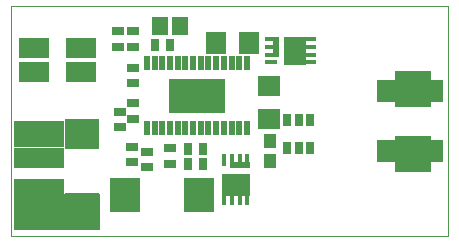
<source format=gts>
G75*
G70*
%OFA0B0*%
%FSLAX24Y24*%
%IPPOS*%
%LPD*%
%AMOC8*
5,1,8,0,0,1.08239X$1,22.5*
%
%ADD10C,0.0000*%
%ADD11R,0.1654X0.0906*%
%ADD12R,0.2854X0.1240*%
%ADD13R,0.0394X0.0316*%
%ADD14R,0.0552X0.0631*%
%ADD15R,0.2205X0.0768*%
%ADD16R,0.0749X0.0670*%
%ADD17R,0.0434X0.0473*%
%ADD18R,0.0316X0.0394*%
%ADD19R,0.0985X0.1142*%
%ADD20R,0.0670X0.0749*%
%ADD21R,0.1142X0.0985*%
%ADD22R,0.0276X0.0394*%
%ADD23R,0.1654X0.0709*%
%ADD24R,0.0217X0.0453*%
%ADD25R,0.1910X0.1119*%
%ADD26R,0.0178X0.0434*%
%ADD27R,0.0690X0.0197*%
%ADD28R,0.0946X0.0749*%
%ADD29R,0.0434X0.0178*%
%ADD30R,0.0197X0.0690*%
%ADD31R,0.0749X0.0946*%
%ADD32R,0.1044X0.0650*%
%ADD33R,0.1221X0.1221*%
D10*
X000228Y000100D02*
X000228Y007777D01*
X014795Y007777D01*
X014795Y000100D01*
X000228Y000100D01*
D11*
X001153Y003506D03*
D12*
X001754Y000897D03*
D13*
X004264Y002561D03*
X004775Y002403D03*
X005523Y002521D03*
X004775Y002915D03*
X004264Y003072D03*
X003870Y003742D03*
X004303Y004017D03*
X003870Y004254D03*
X004303Y004529D03*
X004303Y005198D03*
X004303Y005710D03*
X004303Y006419D03*
X003791Y006419D03*
X003791Y006931D03*
X004303Y006931D03*
X005523Y003033D03*
D14*
X005189Y007108D03*
X005858Y007108D03*
D15*
X013516Y004943D03*
X013516Y002935D03*
D16*
X008831Y004006D03*
X008831Y005108D03*
D17*
X008850Y003272D03*
X008850Y002603D03*
D18*
X006646Y002502D03*
X006134Y002502D03*
X006134Y003013D03*
X006646Y003013D03*
X005543Y006478D03*
X005031Y006478D03*
D19*
X004018Y001482D03*
X006498Y001482D03*
D20*
X007063Y006541D03*
X008165Y006541D03*
D21*
X002610Y003517D03*
X002610Y001037D03*
D22*
X009441Y003057D03*
X009815Y003057D03*
X010189Y003057D03*
X010189Y003962D03*
X009815Y003962D03*
X009441Y003962D03*
D23*
X001153Y002694D03*
X001153Y001671D03*
D24*
X004766Y003693D03*
X005021Y003693D03*
X005277Y003693D03*
X005533Y003693D03*
X005789Y003693D03*
X006045Y003693D03*
X006301Y003693D03*
X006557Y003693D03*
X006813Y003693D03*
X007069Y003693D03*
X007325Y003693D03*
X007581Y003693D03*
X007836Y003693D03*
X008092Y003693D03*
X008092Y005878D03*
X007836Y005878D03*
X007581Y005878D03*
X007325Y005878D03*
X007069Y005878D03*
X006813Y005878D03*
X006557Y005878D03*
X006301Y005878D03*
X006045Y005878D03*
X005789Y005878D03*
X005533Y005878D03*
X005277Y005878D03*
X005021Y005878D03*
X004766Y005878D03*
D25*
X006429Y004785D03*
D26*
X007344Y002639D03*
X007600Y002639D03*
X007856Y002639D03*
X008112Y002639D03*
X008112Y001340D03*
X007856Y001340D03*
X007600Y001340D03*
X007344Y001340D03*
D27*
X007856Y002482D03*
D28*
X007728Y001817D03*
D29*
X008890Y005897D03*
X008890Y006153D03*
X008890Y006409D03*
X008890Y006665D03*
X010189Y006665D03*
X010189Y006409D03*
X010189Y006153D03*
X010189Y005897D03*
D30*
X009047Y006409D03*
D31*
X009712Y006281D03*
D32*
X002561Y006370D03*
X002561Y005563D03*
X001006Y005563D03*
X001006Y006370D03*
D33*
X013634Y005021D03*
X013634Y002856D03*
M02*

</source>
